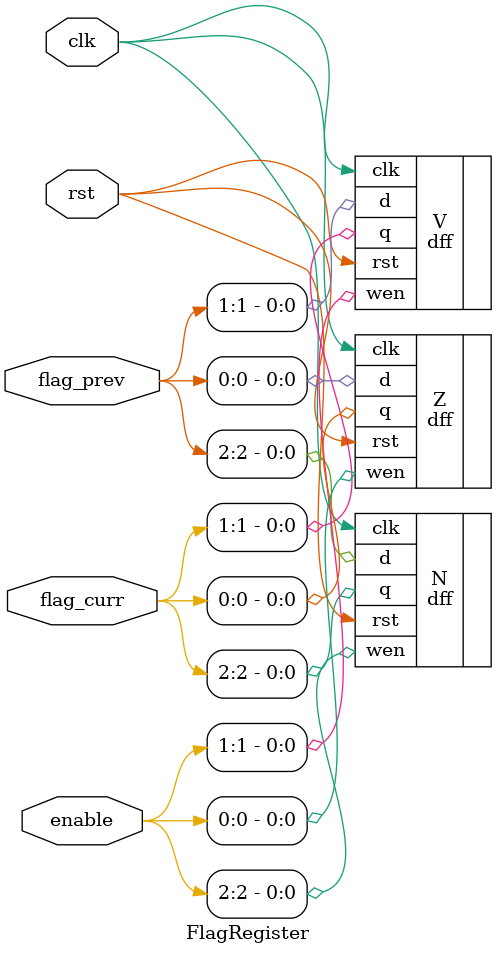
<source format=v>
module FlagRegister (

    input clk, rst,
    input [2:0] enable,
    inout [2:0] flag_curr, flag_prev

);


    dff Z ( .q(flag_curr[0]), .d(flag_prev[0]), .wen(enable[0]), .clk(clk), .rst(rst));
    dff V ( .q(flag_curr[1]), .d(flag_prev[1]), .wen(enable[1]), .clk(clk), .rst(rst));
    dff N ( .q(flag_curr[2]), .d(flag_prev[2]), .wen(enable[2]), .clk(clk), .rst(rst));



endmodule
</source>
